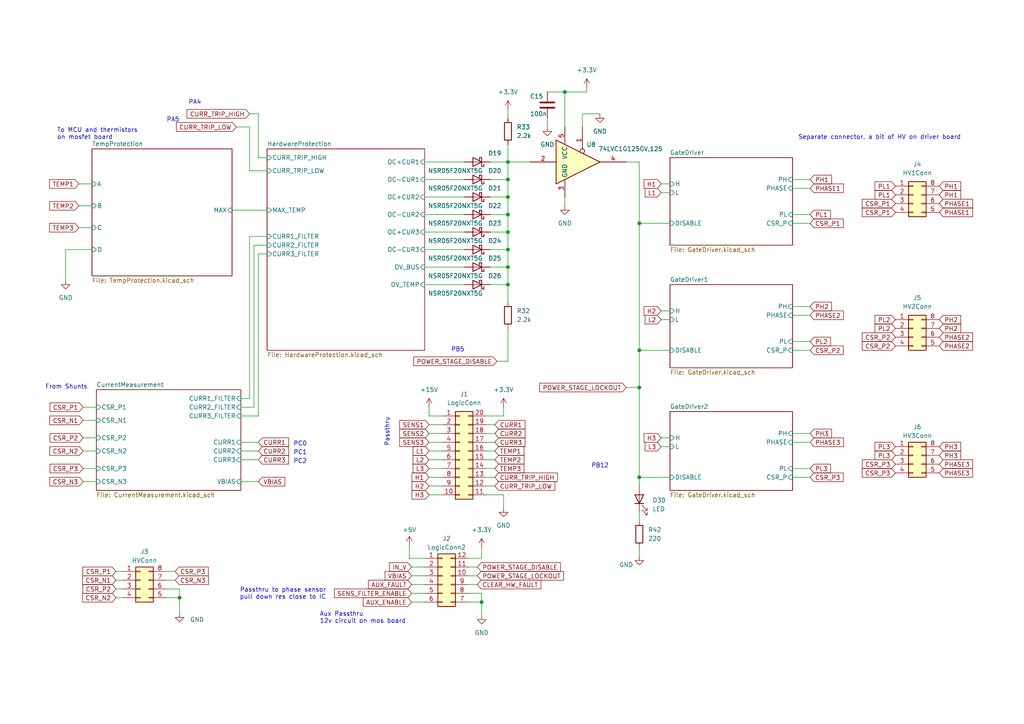
<source format=kicad_sch>
(kicad_sch (version 20230121) (generator eeschema)
  (paper "A4")
  (lib_symbols
    (symbol "74xGxx:74LVC1G125"
      (property "Reference" "U" (at -10.16 7.62 0))
      (property "Value" "74LVC1G125" (at 2.54 -7.62 0))
      (symbol "74LVC1G125_0_1"
        (polyline (pts (xy -7.62 6.35) (xy -7.62 -6.35) (xy 5.08 0) (xy -7.62 6.35)) (stroke (width 0.254)) (fill (type background)))
      )
      (symbol "74LVC1G125_1_1"
        (pin input inverted (at 0 10.16 270) (length 7.62) (name "~") (number "1"))
        (pin input line (at -15.24 0 0) (length 7.62) (name "~") (number "2"))
        (pin power_in line (at -5.08 -10.16 90) (length 5.08) (name "GND") (number "3"))
        (pin tri_state line (at 12.7 0 180) (length 7.62) (name "~") (number "4"))
        (pin power_in line (at -5.08 10.16 270) (length 5.08) (name "VCC") (number "5"))
      )
    )
    (symbol "Connector_Generic:Conn_02x04_Counter_Clockwise" (pin_names (offset 1.016) hide)
      (property "Reference" "J" (at 1.27 5.08 0))
      (property "Value" "Conn_02x04_Counter_Clockwise" (at 1.27 -7.62 0))
      (symbol "Conn_02x04_Counter_Clockwise_1_1"
        (rectangle (start -1.27 -4.953) (end 0 -5.207) (stroke (width 0.1524)))
        (rectangle (start -1.27 -2.413) (end 0 -2.667) (stroke (width 0.1524)))
        (rectangle (start -1.27 0.127) (end 0 -0.127) (stroke (width 0.1524)))
        (rectangle (start -1.27 2.667) (end 0 2.413) (stroke (width 0.1524)))
        (rectangle (start -1.27 3.81) (end 3.81 -6.35) (stroke (width 0.254)) (fill (type background)))
        (rectangle (start 3.81 -4.953) (end 2.54 -5.207) (stroke (width 0.1524)))
        (rectangle (start 3.81 -2.413) (end 2.54 -2.667) (stroke (width 0.1524)))
        (rectangle (start 3.81 0.127) (end 2.54 -0.127) (stroke (width 0.1524)))
        (rectangle (start 3.81 2.667) (end 2.54 2.413) (stroke (width 0.1524)))
        (pin passive line (at -5.08 2.54 0) (length 3.81) (name "Pin_1") (number "1"))
        (pin passive line (at -5.08 0 0) (length 3.81) (name "Pin_2") (number "2"))
        (pin passive line (at -5.08 -2.54 0) (length 3.81) (name "Pin_3") (number "3"))
        (pin passive line (at -5.08 -5.08 0) (length 3.81) (name "Pin_4") (number "4"))
        (pin passive line (at 7.62 -5.08 180) (length 3.81) (name "Pin_5") (number "5"))
        (pin passive line (at 7.62 -2.54 180) (length 3.81) (name "Pin_6") (number "6"))
        (pin passive line (at 7.62 0 180) (length 3.81) (name "Pin_7") (number "7"))
        (pin passive line (at 7.62 2.54 180) (length 3.81) (name "Pin_8") (number "8"))
      )
    )
    (symbol "Connector_Generic:Conn_02x06_Counter_Clockwise" (pin_names (offset 1.016) hide)
      (property "Reference" "J" (at 1.27 7.62 0))
      (property "Value" "Conn_02x06_Counter_Clockwise" (at 1.27 -10.16 0))
      (symbol "Conn_02x06_Counter_Clockwise_1_1"
        (rectangle (start -1.27 -7.493) (end 0 -7.747) (stroke (width 0.1524)))
        (rectangle (start -1.27 -4.953) (end 0 -5.207) (stroke (width 0.1524)))
        (rectangle (start -1.27 -2.413) (end 0 -2.667) (stroke (width 0.1524)))
        (rectangle (start -1.27 0.127) (end 0 -0.127) (stroke (width 0.1524)))
        (rectangle (start -1.27 2.667) (end 0 2.413) (stroke (width 0.1524)))
        (rectangle (start -1.27 5.207) (end 0 4.953) (stroke (width 0.1524)))
        (rectangle (start -1.27 6.35) (end 3.81 -8.89) (stroke (width 0.254)) (fill (type background)))
        (rectangle (start 3.81 -7.493) (end 2.54 -7.747) (stroke (width 0.1524)))
        (rectangle (start 3.81 -4.953) (end 2.54 -5.207) (stroke (width 0.1524)))
        (rectangle (start 3.81 -2.413) (end 2.54 -2.667) (stroke (width 0.1524)))
        (rectangle (start 3.81 0.127) (end 2.54 -0.127) (stroke (width 0.1524)))
        (rectangle (start 3.81 2.667) (end 2.54 2.413) (stroke (width 0.1524)))
        (rectangle (start 3.81 5.207) (end 2.54 4.953) (stroke (width 0.1524)))
        (pin passive line (at -5.08 5.08 0) (length 3.81) (name "Pin_1") (number "1"))
        (pin passive line (at 7.62 0 180) (length 3.81) (name "Pin_10") (number "10"))
        (pin passive line (at 7.62 2.54 180) (length 3.81) (name "Pin_11") (number "11"))
        (pin passive line (at 7.62 5.08 180) (length 3.81) (name "Pin_12") (number "12"))
        (pin passive line (at -5.08 2.54 0) (length 3.81) (name "Pin_2") (number "2"))
        (pin passive line (at -5.08 0 0) (length 3.81) (name "Pin_3") (number "3"))
        (pin passive line (at -5.08 -2.54 0) (length 3.81) (name "Pin_4") (number "4"))
        (pin passive line (at -5.08 -5.08 0) (length 3.81) (name "Pin_5") (number "5"))
        (pin passive line (at -5.08 -7.62 0) (length 3.81) (name "Pin_6") (number "6"))
        (pin passive line (at 7.62 -7.62 180) (length 3.81) (name "Pin_7") (number "7"))
        (pin passive line (at 7.62 -5.08 180) (length 3.81) (name "Pin_8") (number "8"))
        (pin passive line (at 7.62 -2.54 180) (length 3.81) (name "Pin_9") (number "9"))
      )
    )
    (symbol "Connector_Generic:Conn_02x10_Counter_Clockwise" (pin_names (offset 1.016) hide)
      (property "Reference" "J" (at 1.27 12.7 0))
      (property "Value" "Conn_02x10_Counter_Clockwise" (at 1.27 -15.24 0))
      (symbol "Conn_02x10_Counter_Clockwise_1_1"
        (rectangle (start -1.27 -12.573) (end 0 -12.827) (stroke (width 0.1524)))
        (rectangle (start -1.27 -10.033) (end 0 -10.287) (stroke (width 0.1524)))
        (rectangle (start -1.27 -7.493) (end 0 -7.747) (stroke (width 0.1524)))
        (rectangle (start -1.27 -4.953) (end 0 -5.207) (stroke (width 0.1524)))
        (rectangle (start -1.27 -2.413) (end 0 -2.667) (stroke (width 0.1524)))
        (rectangle (start -1.27 0.127) (end 0 -0.127) (stroke (width 0.1524)))
        (rectangle (start -1.27 2.667) (end 0 2.413) (stroke (width 0.1524)))
        (rectangle (start -1.27 5.207) (end 0 4.953) (stroke (width 0.1524)))
        (rectangle (start -1.27 7.747) (end 0 7.493) (stroke (width 0.1524)))
        (rectangle (start -1.27 10.287) (end 0 10.033) (stroke (width 0.1524)))
        (rectangle (start -1.27 11.43) (end 3.81 -13.97) (stroke (width 0.254)) (fill (type background)))
        (rectangle (start 3.81 -12.573) (end 2.54 -12.827) (stroke (width 0.1524)))
        (rectangle (start 3.81 -10.033) (end 2.54 -10.287) (stroke (width 0.1524)))
        (rectangle (start 3.81 -7.493) (end 2.54 -7.747) (stroke (width 0.1524)))
        (rectangle (start 3.81 -4.953) (end 2.54 -5.207) (stroke (width 0.1524)))
        (rectangle (start 3.81 -2.413) (end 2.54 -2.667) (stroke (width 0.1524)))
        (rectangle (start 3.81 0.127) (end 2.54 -0.127) (stroke (width 0.1524)))
        (rectangle (start 3.81 2.667) (end 2.54 2.413) (stroke (width 0.1524)))
        (rectangle (start 3.81 5.207) (end 2.54 4.953) (stroke (width 0.1524)))
        (rectangle (start 3.81 7.747) (end 2.54 7.493) (stroke (width 0.1524)))
        (rectangle (start 3.81 10.287) (end 2.54 10.033) (stroke (width 0.1524)))
        (pin passive line (at -5.08 10.16 0) (length 3.81) (name "Pin_1") (number "1"))
        (pin passive line (at -5.08 -12.7 0) (length 3.81) (name "Pin_10") (number "10"))
        (pin passive line (at 7.62 -12.7 180) (length 3.81) (name "Pin_11") (number "11"))
        (pin passive line (at 7.62 -10.16 180) (length 3.81) (name "Pin_12") (number "12"))
        (pin passive line (at 7.62 -7.62 180) (length 3.81) (name "Pin_13") (number "13"))
        (pin passive line (at 7.62 -5.08 180) (length 3.81) (name "Pin_14") (number "14"))
        (pin passive line (at 7.62 -2.54 180) (length 3.81) (name "Pin_15") (number "15"))
        (pin passive line (at 7.62 0 180) (length 3.81) (name "Pin_16") (number "16"))
        (pin passive line (at 7.62 2.54 180) (length 3.81) (name "Pin_17") (number "17"))
        (pin passive line (at 7.62 5.08 180) (length 3.81) (name "Pin_18") (number "18"))
        (pin passive line (at 7.62 7.62 180) (length 3.81) (name "Pin_19") (number "19"))
        (pin passive line (at -5.08 7.62 0) (length 3.81) (name "Pin_2") (number "2"))
        (pin passive line (at 7.62 10.16 180) (length 3.81) (name "Pin_20") (number "20"))
        (pin passive line (at -5.08 5.08 0) (length 3.81) (name "Pin_3") (number "3"))
        (pin passive line (at -5.08 2.54 0) (length 3.81) (name "Pin_4") (number "4"))
        (pin passive line (at -5.08 0 0) (length 3.81) (name "Pin_5") (number "5"))
        (pin passive line (at -5.08 -2.54 0) (length 3.81) (name "Pin_6") (number "6"))
        (pin passive line (at -5.08 -5.08 0) (length 3.81) (name "Pin_7") (number "7"))
        (pin passive line (at -5.08 -7.62 0) (length 3.81) (name "Pin_8") (number "8"))
        (pin passive line (at -5.08 -10.16 0) (length 3.81) (name "Pin_9") (number "9"))
      )
    )
    (symbol "Device:C" (pin_numbers hide) (pin_names (offset 0.254))
      (property "Reference" "C" (at 0.635 2.54 0))
      (property "Value" "C" (at 0.635 -2.54 0))
      (symbol "C_0_1"
        (polyline (pts (xy -2.032 -0.762) (xy 2.032 -0.762)) (stroke (width 0.508)))
        (polyline (pts (xy -2.032 0.762) (xy 2.032 0.762)) (stroke (width 0.508)))
      )
      (symbol "C_1_1"
        (pin passive line (at 0 3.81 270) (length 2.794) (name "~") (number "1"))
        (pin passive line (at 0 -3.81 90) (length 2.794) (name "~") (number "2"))
      )
    )
    (symbol "Device:D_Schottky" (pin_numbers hide) (pin_names (offset 1.016) hide)
      (property "Reference" "D" (at 0 2.54 0))
      (property "Value" "D_Schottky" (at 0 -2.54 0))
      (symbol "D_Schottky_0_1"
        (polyline (pts (xy 1.27 0) (xy -1.27 0)))
        (polyline (pts (xy 1.27 1.27) (xy 1.27 -1.27) (xy -1.27 0) (xy 1.27 1.27)) (stroke (width 0.254)))
        (polyline (pts (xy -1.905 0.635) (xy -1.905 1.27) (xy -1.27 1.27) (xy -1.27 -1.27) (xy -0.635 -1.27) (xy -0.635 -0.635)) (stroke (width 0.254)))
      )
      (symbol "D_Schottky_1_1"
        (pin passive line (at -3.81 0 0) (length 2.54) (name "K") (number "1"))
        (pin passive line (at 3.81 0 180) (length 2.54) (name "A") (number "2"))
      )
    )
    (symbol "Device:LED" (pin_numbers hide) (pin_names (offset 1.016) hide)
      (property "Reference" "D" (at 0 2.54 0))
      (property "Value" "LED" (at 0 -2.54 0))
      (symbol "LED_0_1"
        (polyline (pts (xy -1.27 -1.27) (xy -1.27 1.27)) (stroke (width 0.254)))
        (polyline (pts (xy -1.27 0) (xy 1.27 0)))
        (polyline (pts (xy 1.27 -1.27) (xy 1.27 1.27) (xy -1.27 0) (xy 1.27 -1.27)) (stroke (width 0.254)))
        (polyline (pts (xy -3.048 -0.762) (xy -4.572 -2.286) (xy -3.81 -2.286) (xy -4.572 -2.286) (xy -4.572 -1.524)))
        (polyline (pts (xy -1.778 -0.762) (xy -3.302 -2.286) (xy -2.54 -2.286) (xy -3.302 -2.286) (xy -3.302 -1.524)))
      )
      (symbol "LED_1_1"
        (pin passive line (at -3.81 0 0) (length 2.54) (name "K") (number "1"))
        (pin passive line (at 3.81 0 180) (length 2.54) (name "A") (number "2"))
      )
    )
    (symbol "Device:R" (pin_numbers hide) (pin_names (offset 0))
      (property "Reference" "R" (at 2.032 0 90))
      (property "Value" "R" (at 0 0 90))
      (symbol "R_0_1"
        (rectangle (start -1.016 -2.54) (end 1.016 2.54) (stroke (width 0.254)))
      )
      (symbol "R_1_1"
        (pin passive line (at 0 3.81 270) (length 1.27) (name "~") (number "1"))
        (pin passive line (at 0 -3.81 90) (length 1.27) (name "~") (number "2"))
      )
    )
    (symbol "power:+15V" (power) (pin_names (offset 0))
      (property "Value" "+15V" (at 0 3.556 0))
      (symbol "+15V_0_1"
        (polyline (pts (xy -0.762 1.27) (xy 0 2.54)))
        (polyline (pts (xy 0 0) (xy 0 2.54)))
        (polyline (pts (xy 0 2.54) (xy 0.762 1.27)))
      )
      (symbol "+15V_1_1"
        (pin power_in line (at 0 0 90) (length 0) hide (name "+15V") (number "1"))
      )
    )
    (symbol "power:+3.3V" (power) (pin_names (offset 0))
      (property "Value" "+3.3V" (at 0 3.556 0))
      (symbol "+3.3V_0_1"
        (polyline (pts (xy -0.762 1.27) (xy 0 2.54)))
        (polyline (pts (xy 0 0) (xy 0 2.54)))
        (polyline (pts (xy 0 2.54) (xy 0.762 1.27)))
      )
      (symbol "+3.3V_1_1"
        (pin power_in line (at 0 0 90) (length 0) hide (name "+3.3V") (number "1"))
      )
    )
    (symbol "power:+5V" (power) (pin_names (offset 0))
      (property "Value" "+5V" (at 0 3.556 0))
      (symbol "+5V_0_1"
        (polyline (pts (xy -0.762 1.27) (xy 0 2.54)))
        (polyline (pts (xy 0 0) (xy 0 2.54)))
        (polyline (pts (xy 0 2.54) (xy 0.762 1.27)))
      )
      (symbol "+5V_1_1"
        (pin power_in line (at 0 0 90) (length 0) hide (name "+5V") (number "1"))
      )
    )
    (symbol "power:GND" (power) (pin_names (offset 0))
      (property "Value" "GND" (at 0 -3.81 0))
      (symbol "GND_0_1"
        (polyline (pts (xy 0 0) (xy 0 -1.27) (xy 1.27 -1.27) (xy 0 -2.54) (xy -1.27 -1.27) (xy 0 -1.27)))
      )
      (symbol "GND_1_1"
        (pin power_in line (at 0 0 270) (length 0) hide (name "GND") (number "1"))
      )
    )
  )
  (junction (at 147.32 57.15))
  (junction (at 185.42 138.43))
  (junction (at 147.32 82.55))
  (junction (at 147.32 72.39))
  (junction (at 163.83 26.67))
  (junction (at 147.32 52.07))
  (junction (at 147.32 77.47))
  (junction (at 139.7 174.625))
  (junction (at 147.32 62.23))
  (junction (at 147.32 46.99))
  (junction (at 185.42 112.395))
  (junction (at 147.32 67.31))
  (junction (at 185.42 101.6))
  (junction (at 185.42 64.77))
  (junction (at 52.07 173.355))
  (wire (pts (xy 140.97 138.43) (xy 143.51 138.43)))
  (wire (pts (xy 142.24 67.31) (xy 147.32 67.31)))
  (wire (pts (xy 229.87 88.9) (xy 234.95 88.9)))
  (wire (pts (xy 147.32 41.91) (xy 147.32 46.99)))
  (wire (pts (xy 24.13 139.7) (xy 27.94 139.7)))
  (wire (pts (xy 185.42 138.43) (xy 185.42 140.97)))
  (wire (pts (xy 185.42 148.59) (xy 185.42 151.13)))
  (wire (pts (xy 142.24 57.15) (xy 147.32 57.15)))
  (wire (pts (xy 119.38 169.545) (xy 123.19 169.545)))
  (wire (pts (xy 74.93 33.02) (xy 72.39 33.02)))
  (wire (pts (xy 74.93 45.72) (xy 74.93 33.02)))
  (wire (pts (xy 22.86 59.69) (xy 26.67 59.69)))
  (wire (pts (xy 163.83 26.67) (xy 163.83 36.83)))
  (wire (pts (xy 124.46 128.27) (xy 128.27 128.27)))
  (wire (pts (xy 24.13 121.92) (xy 27.94 121.92)))
  (wire (pts (xy 73.66 71.12) (xy 77.47 71.12)))
  (wire (pts (xy 74.93 120.65) (xy 74.93 73.66)))
  (wire (pts (xy 158.75 34.29) (xy 158.75 36.83)))
  (wire (pts (xy 123.19 57.15) (xy 134.62 57.15)))
  (wire (pts (xy 191.77 53.34) (xy 194.31 53.34)))
  (wire (pts (xy 24.13 135.89) (xy 27.94 135.89)))
  (wire (pts (xy 124.46 123.19) (xy 128.27 123.19)))
  (wire (pts (xy 144.145 104.775) (xy 147.32 104.775)))
  (wire (pts (xy 48.26 170.815) (xy 52.07 170.815)))
  (wire (pts (xy 147.32 46.99) (xy 147.32 52.07)))
  (wire (pts (xy 139.7 161.925) (xy 139.7 158.75)))
  (wire (pts (xy 147.32 62.23) (xy 147.32 67.31)))
  (wire (pts (xy 22.86 53.34) (xy 26.67 53.34)))
  (wire (pts (xy 72.39 115.57) (xy 72.39 68.58)))
  (wire (pts (xy 33.655 168.275) (xy 35.56 168.275)))
  (wire (pts (xy 123.19 46.99) (xy 134.62 46.99)))
  (wire (pts (xy 124.46 133.35) (xy 128.27 133.35)))
  (wire (pts (xy 140.97 125.73) (xy 143.51 125.73)))
  (wire (pts (xy 147.32 52.07) (xy 147.32 57.15)))
  (wire (pts (xy 69.85 133.35) (xy 74.93 133.35)))
  (wire (pts (xy 229.87 101.6) (xy 234.95 101.6)))
  (wire (pts (xy 173.99 33.02) (xy 168.91 33.02)))
  (wire (pts (xy 140.97 120.65) (xy 146.05 120.65)))
  (wire (pts (xy 140.97 128.27) (xy 143.51 128.27)))
  (wire (pts (xy 128.27 120.65) (xy 124.46 120.65)))
  (wire (pts (xy 124.46 140.97) (xy 128.27 140.97)))
  (wire (pts (xy 229.87 52.07) (xy 234.95 52.07)))
  (wire (pts (xy 73.66 118.11) (xy 73.66 71.12)))
  (wire (pts (xy 139.7 172.085) (xy 139.7 174.625)))
  (wire (pts (xy 119.38 174.625) (xy 123.19 174.625)))
  (wire (pts (xy 124.46 120.65) (xy 124.46 118.11)))
  (wire (pts (xy 168.91 33.02) (xy 168.91 36.83)))
  (wire (pts (xy 142.24 62.23) (xy 147.32 62.23)))
  (wire (pts (xy 123.19 67.31) (xy 134.62 67.31)))
  (wire (pts (xy 147.32 95.25) (xy 147.32 104.775)))
  (wire (pts (xy 48.26 168.275) (xy 50.8 168.275)))
  (wire (pts (xy 185.42 46.99) (xy 181.61 46.99)))
  (wire (pts (xy 139.7 174.625) (xy 135.89 174.625)))
  (wire (pts (xy 229.87 54.61) (xy 234.95 54.61)))
  (wire (pts (xy 147.32 67.31) (xy 147.32 72.39)))
  (wire (pts (xy 69.85 130.81) (xy 74.93 130.81)))
  (wire (pts (xy 147.32 82.55) (xy 147.32 87.63)))
  (wire (pts (xy 185.42 138.43) (xy 185.42 112.395)))
  (wire (pts (xy 72.39 68.58) (xy 77.47 68.58)))
  (wire (pts (xy 74.93 73.66) (xy 77.47 73.66)))
  (wire (pts (xy 142.24 52.07) (xy 147.32 52.07)))
  (wire (pts (xy 229.87 64.77) (xy 234.95 64.77)))
  (wire (pts (xy 194.31 101.6) (xy 185.42 101.6)))
  (wire (pts (xy 181.61 112.395) (xy 185.42 112.395)))
  (wire (pts (xy 142.24 72.39) (xy 147.32 72.39)))
  (wire (pts (xy 124.46 135.89) (xy 128.27 135.89)))
  (wire (pts (xy 229.87 128.27) (xy 234.95 128.27)))
  (wire (pts (xy 48.26 165.735) (xy 50.8 165.735)))
  (wire (pts (xy 123.19 161.925) (xy 118.745 161.925)))
  (wire (pts (xy 77.47 45.72) (xy 74.93 45.72)))
  (wire (pts (xy 123.19 72.39) (xy 134.62 72.39)))
  (wire (pts (xy 142.24 46.99) (xy 147.32 46.99)))
  (wire (pts (xy 185.42 158.75) (xy 185.42 161.29)))
  (wire (pts (xy 69.85 139.7) (xy 74.93 139.7)))
  (wire (pts (xy 124.46 138.43) (xy 128.27 138.43)))
  (wire (pts (xy 123.19 52.07) (xy 134.62 52.07)))
  (wire (pts (xy 185.42 101.6) (xy 185.42 64.77)))
  (wire (pts (xy 139.7 178.435) (xy 139.7 174.625)))
  (wire (pts (xy 140.97 135.89) (xy 143.51 135.89)))
  (wire (pts (xy 33.655 173.355) (xy 35.56 173.355)))
  (wire (pts (xy 135.89 164.465) (xy 138.43 164.465)))
  (wire (pts (xy 69.85 128.27) (xy 74.93 128.27)))
  (wire (pts (xy 163.83 26.67) (xy 158.75 26.67)))
  (wire (pts (xy 19.05 72.39) (xy 19.05 81.28)))
  (wire (pts (xy 170.18 26.67) (xy 163.83 26.67)))
  (wire (pts (xy 229.87 125.73) (xy 234.95 125.73)))
  (wire (pts (xy 191.77 92.71) (xy 194.31 92.71)))
  (wire (pts (xy 194.31 138.43) (xy 185.42 138.43)))
  (wire (pts (xy 147.32 77.47) (xy 147.32 82.55)))
  (wire (pts (xy 67.31 60.96) (xy 77.47 60.96)))
  (wire (pts (xy 191.77 55.88) (xy 194.31 55.88)))
  (wire (pts (xy 118.745 161.925) (xy 118.745 158.115)))
  (wire (pts (xy 140.97 123.19) (xy 143.51 123.19)))
  (wire (pts (xy 135.89 161.925) (xy 139.7 161.925)))
  (wire (pts (xy 147.32 72.39) (xy 147.32 77.47)))
  (wire (pts (xy 191.77 129.54) (xy 194.31 129.54)))
  (wire (pts (xy 119.38 167.005) (xy 123.19 167.005)))
  (wire (pts (xy 119.38 172.085) (xy 123.19 172.085)))
  (wire (pts (xy 52.07 177.8) (xy 52.07 173.355)))
  (wire (pts (xy 72.39 36.83) (xy 72.39 49.53)))
  (wire (pts (xy 229.87 99.06) (xy 234.95 99.06)))
  (wire (pts (xy 33.655 165.735) (xy 35.56 165.735)))
  (wire (pts (xy 140.97 133.35) (xy 143.51 133.35)))
  (wire (pts (xy 69.85 115.57) (xy 72.39 115.57)))
  (wire (pts (xy 140.97 140.97) (xy 143.51 140.97)))
  (wire (pts (xy 69.85 118.11) (xy 73.66 118.11)))
  (wire (pts (xy 229.87 91.44) (xy 234.95 91.44)))
  (wire (pts (xy 140.97 130.81) (xy 143.51 130.81)))
  (wire (pts (xy 72.39 49.53) (xy 77.47 49.53)))
  (wire (pts (xy 24.13 130.81) (xy 27.94 130.81)))
  (wire (pts (xy 68.58 36.83) (xy 72.39 36.83)))
  (wire (pts (xy 33.655 170.815) (xy 35.56 170.815)))
  (wire (pts (xy 185.42 112.395) (xy 185.42 101.6)))
  (wire (pts (xy 147.32 57.15) (xy 147.32 62.23)))
  (wire (pts (xy 135.89 169.545) (xy 138.43 169.545)))
  (wire (pts (xy 135.89 172.085) (xy 139.7 172.085)))
  (wire (pts (xy 124.46 125.73) (xy 128.27 125.73)))
  (wire (pts (xy 142.24 82.55) (xy 147.32 82.55)))
  (wire (pts (xy 140.97 143.51) (xy 146.05 143.51)))
  (wire (pts (xy 147.32 31.75) (xy 147.32 34.29)))
  (wire (pts (xy 147.32 46.99) (xy 153.67 46.99)))
  (wire (pts (xy 170.18 25.4) (xy 170.18 26.67)))
  (wire (pts (xy 229.87 62.23) (xy 234.95 62.23)))
  (wire (pts (xy 123.19 77.47) (xy 134.62 77.47)))
  (wire (pts (xy 194.31 64.77) (xy 185.42 64.77)))
  (wire (pts (xy 146.05 143.51) (xy 146.05 147.32)))
  (wire (pts (xy 135.89 167.005) (xy 138.43 167.005)))
  (wire (pts (xy 119.38 164.465) (xy 123.19 164.465)))
  (wire (pts (xy 124.46 143.51) (xy 128.27 143.51)))
  (wire (pts (xy 24.13 127) (xy 27.94 127)))
  (wire (pts (xy 142.24 77.47) (xy 147.32 77.47)))
  (wire (pts (xy 229.87 135.89) (xy 234.95 135.89)))
  (wire (pts (xy 24.13 118.11) (xy 27.94 118.11)))
  (wire (pts (xy 229.87 138.43) (xy 234.95 138.43)))
  (wire (pts (xy 69.85 120.65) (xy 74.93 120.65)))
  (wire (pts (xy 146.05 120.65) (xy 146.05 118.11)))
  (wire (pts (xy 191.77 127) (xy 194.31 127)))
  (wire (pts (xy 22.86 66.04) (xy 26.67 66.04)))
  (wire (pts (xy 48.26 173.355) (xy 52.07 173.355)))
  (wire (pts (xy 163.83 57.15) (xy 163.83 59.69)))
  (wire (pts (xy 52.07 170.815) (xy 52.07 173.355)))
  (wire (pts (xy 123.19 82.55) (xy 134.62 82.55)))
  (wire (pts (xy 185.42 64.77) (xy 185.42 46.99)))
  (wire (pts (xy 123.19 62.23) (xy 134.62 62.23)))
  (wire (pts (xy 191.77 90.17) (xy 194.31 90.17)))
  (wire (pts (xy 26.67 72.39) (xy 19.05 72.39)))
  (wire (pts (xy 124.46 130.81) (xy 128.27 130.81)))
  (text "PA5" (at 52.07 35.56 0) (effects (font (size 1.27 1.27)) (justify right bottom)))
  (text "Passthru" (at 113.03 129.54 90) (effects (font (size 1.27 1.27)) (justify left bottom)))
  (text "PA4" (at 58.42 30.48 0) (effects (font (size 1.27 1.27)) (justify right bottom)))
  (text "Passthru to phase sensor\npull down res close to IC" (at 94.615 173.99 0) (effects (font (size 1.27 1.27)) (justify right bottom)))
  (text "PC2" (at 85.09 134.62 0) (effects (font (size 1.27 1.27)) (justify left bottom)))
  (text "PB12" (at 171.45 135.89 0) (effects (font (size 1.27 1.27)) (justify left bottom)))
  (text "PB5" (at 130.81 102.235 0) (effects (font (size 1.27 1.27)) (justify left bottom)))
  (text "Separate connector, a bit of HV on driver board" (at 278.765 40.64 0) (effects (font (size 1.27 1.27)) (justify right bottom)))
  (text "To MCU and thermistors \non mosfet board" (at 16.51 40.64 0) (effects (font (size 1.27 1.27)) (justify left bottom)))
  (text "PC1" (at 85.09 132.08 0) (effects (font (size 1.27 1.27)) (justify left bottom)))
  (text "Aux Passthru\n12v circuit on mos board\n" (at 92.71 180.975 0) (effects (font (size 1.27 1.27)) (justify left bottom)))
  (text "PC0" (at 85.09 129.54 0) (effects (font (size 1.27 1.27)) (justify left bottom)))
  (text "From Shunts" (at 25.4 113.03 0) (effects (font (size 1.27 1.27)) (justify right bottom)))
  (global_label "L2" (shape input) (at 191.77 92.71 180) (property "Intersheetrefs" "${INTERSHEET_REFS}" (effects hide)))
  (global_label "SENS3" (shape input) (at 124.46 128.27 180) (property "Intersheetrefs" "${INTERSHEET_REFS}" (effects hide)))
  (global_label "CSR_N2" (shape input) (at 24.13 130.81 180) (property "Intersheetrefs" "${INTERSHEET_REFS}" (effects hide)))
  (global_label "L2" (shape input) (at 124.46 133.35 180) (property "Intersheetrefs" "${INTERSHEET_REFS}" (effects hide)))
  (global_label "L3" (shape input) (at 124.46 135.89 180) (property "Intersheetrefs" "${INTERSHEET_REFS}" (effects hide)))
  (global_label "CURR_TRIP_HIGH" (shape input) (at 143.51 138.43 0) (property "Intersheetrefs" "${INTERSHEET_REFS}" (effects hide)))
  (global_label "CURR_TRIP_HIGH" (shape input) (at 72.39 33.02 180) (property "Intersheetrefs" "${INTERSHEET_REFS}" (effects hide)))
  (global_label "PH1" (shape input) (at 272.415 56.515 0) (property "Intersheetrefs" "${INTERSHEET_REFS}" (effects hide)))
  (global_label "CSR_P3" (shape input) (at 50.8 165.735 0) (property "Intersheetrefs" "${INTERSHEET_REFS}" (effects hide)))
  (global_label "TEMP3" (shape input) (at 143.51 135.89 0) (property "Intersheetrefs" "${INTERSHEET_REFS}" (effects hide)))
  (global_label "CSR_P1" (shape input) (at 33.655 165.735 180) (property "Intersheetrefs" "${INTERSHEET_REFS}" (effects hide)))
  (global_label "CURR3" (shape input) (at 143.51 128.27 0) (property "Intersheetrefs" "${INTERSHEET_REFS}" (effects hide)))
  (global_label "PL3" (shape input) (at 259.715 129.54 180) (property "Intersheetrefs" "${INTERSHEET_REFS}" (effects hide)))
  (global_label "H3" (shape input) (at 124.46 143.51 180) (property "Intersheetrefs" "${INTERSHEET_REFS}" (effects hide)))
  (global_label "H1" (shape input) (at 191.77 53.34 180) (property "Intersheetrefs" "${INTERSHEET_REFS}" (effects hide)))
  (global_label "CSR_N1" (shape input) (at 24.13 121.92 180) (property "Intersheetrefs" "${INTERSHEET_REFS}" (effects hide)))
  (global_label "CSR_P1" (shape input) (at 259.715 61.595 180) (property "Intersheetrefs" "${INTERSHEET_REFS}" (effects hide)))
  (global_label "PHASE1" (shape input) (at 272.415 61.595 0) (property "Intersheetrefs" "${INTERSHEET_REFS}" (effects hide)))
  (global_label "PHASE2" (shape input) (at 234.95 91.44 0) (property "Intersheetrefs" "${INTERSHEET_REFS}" (effects hide)))
  (global_label "PL2" (shape input) (at 259.715 92.71 180) (property "Intersheetrefs" "${INTERSHEET_REFS}" (effects hide)))
  (global_label "CSR_P1" (shape input) (at 234.95 64.77 0) (property "Intersheetrefs" "${INTERSHEET_REFS}" (effects hide)))
  (global_label "CSR_N2" (shape input) (at 33.655 173.355 180) (property "Intersheetrefs" "${INTERSHEET_REFS}" (effects hide)))
  (global_label "CSR_P2" (shape input) (at 259.715 100.33 180) (property "Intersheetrefs" "${INTERSHEET_REFS}" (effects hide)))
  (global_label "POWER_STAGE_LOCKOUT" (shape input) (at 138.43 167.005 0) (property "Intersheetrefs" "${INTERSHEET_REFS}" (effects hide)))
  (global_label "PH2" (shape input) (at 272.415 92.71 0) (property "Intersheetrefs" "${INTERSHEET_REFS}" (effects hide)))
  (global_label "VBIAS" (shape input) (at 74.93 139.7 0) (property "Intersheetrefs" "${INTERSHEET_REFS}" (effects hide)))
  (global_label "H2" (shape input) (at 191.77 90.17 180) (property "Intersheetrefs" "${INTERSHEET_REFS}" (effects hide)))
  (global_label "CURR2" (shape input) (at 74.93 130.81 0) (property "Intersheetrefs" "${INTERSHEET_REFS}" (effects hide)))
  (global_label "H2" (shape input) (at 124.46 140.97 180) (property "Intersheetrefs" "${INTERSHEET_REFS}" (effects hide)))
  (global_label "PL3" (shape input) (at 259.715 132.08 180) (property "Intersheetrefs" "${INTERSHEET_REFS}" (effects hide)))
  (global_label "PH3" (shape input) (at 272.415 132.08 0) (property "Intersheetrefs" "${INTERSHEET_REFS}" (effects hide)))
  (global_label "CSR_P3" (shape input) (at 259.715 134.62 180) (property "Intersheetrefs" "${INTERSHEET_REFS}" (effects hide)))
  (global_label "TEMP2" (shape input) (at 22.86 59.69 180) (property "Intersheetrefs" "${INTERSHEET_REFS}" (effects hide)))
  (global_label "PH3" (shape input) (at 272.415 129.54 0) (property "Intersheetrefs" "${INTERSHEET_REFS}" (effects hide)))
  (global_label "CSR_P1" (shape input) (at 259.715 59.055 180) (property "Intersheetrefs" "${INTERSHEET_REFS}" (effects hide)))
  (global_label "PL3" (shape input) (at 234.95 135.89 0) (property "Intersheetrefs" "${INTERSHEET_REFS}" (effects hide)))
  (global_label "PH1" (shape input) (at 234.95 52.07 0) (property "Intersheetrefs" "${INTERSHEET_REFS}" (effects hide)))
  (global_label "PHASE3" (shape input) (at 234.95 128.27 0) (property "Intersheetrefs" "${INTERSHEET_REFS}" (effects hide)))
  (global_label "L1" (shape input) (at 124.46 130.81 180) (property "Intersheetrefs" "${INTERSHEET_REFS}" (effects hide)))
  (global_label "CSR_P3" (shape input) (at 259.715 137.16 180) (property "Intersheetrefs" "${INTERSHEET_REFS}" (effects hide)))
  (global_label "TEMP2" (shape input) (at 143.51 133.35 0) (property "Intersheetrefs" "${INTERSHEET_REFS}" (effects hide)))
  (global_label "PL2" (shape input) (at 259.715 95.25 180) (property "Intersheetrefs" "${INTERSHEET_REFS}" (effects hide)))
  (global_label "PHASE3" (shape input) (at 272.415 137.16 0) (property "Intersheetrefs" "${INTERSHEET_REFS}" (effects hide)))
  (global_label "POWER_STAGE_LOCKOUT" (shape input) (at 181.61 112.395 180) (property "Intersheetrefs" "${INTERSHEET_REFS}" (effects hide)))
  (global_label "TEMP1" (shape input) (at 22.86 53.34 180) (property "Intersheetrefs" "${INTERSHEET_REFS}" (effects hide)))
  (global_label "CSR_N3" (shape input) (at 50.8 168.275 0) (property "Intersheetrefs" "${INTERSHEET_REFS}" (effects hide)))
  (global_label "H1" (shape input) (at 124.46 138.43 180) (property "Intersheetrefs" "${INTERSHEET_REFS}" (effects hide)))
  (global_label "CSR_P2" (shape input) (at 33.655 170.815 180) (property "Intersheetrefs" "${INTERSHEET_REFS}" (effects hide)))
  (global_label "CURR3" (shape input) (at 74.93 133.35 0) (property "Intersheetrefs" "${INTERSHEET_REFS}" (effects hide)))
  (global_label "VBIAS" (shape input) (at 119.38 167.005 180) (property "Intersheetrefs" "${INTERSHEET_REFS}" (effects hide)))
  (global_label "L3" (shape input) (at 191.77 129.54 180) (property "Intersheetrefs" "${INTERSHEET_REFS}" (effects hide)))
  (global_label "SENS_FILTER_ENABLE" (shape input) (at 119.38 172.085 180) (property "Intersheetrefs" "${INTERSHEET_REFS}" (effects hide)))
  (global_label "CSR_N3" (shape input) (at 24.13 139.7 180) (property "Intersheetrefs" "${INTERSHEET_REFS}" (effects hide)))
  (global_label "CLEAR_HW_FAULT" (shape input) (at 138.43 169.545 0) (property "Intersheetrefs" "${INTERSHEET_REFS}" (effects hide)))
  (global_label "CSR_N1" (shape input) (at 33.655 168.275 180) (property "Intersheetrefs" "${INTERSHEET_REFS}" (effects hide)))
  (global_label "PL2" (shape input) (at 234.95 99.06 0) (property "Intersheetrefs" "${INTERSHEET_REFS}" (effects hide)))
  (global_label "CSR_P2" (shape input) (at 259.715 97.79 180) (property "Intersheetrefs" "${INTERSHEET_REFS}" (effects hide)))
  (global_label "SENS2" (shape input) (at 124.46 125.73 180) (property "Intersheetrefs" "${INTERSHEET_REFS}" (effects hide)))
  (global_label "SENS1" (shape input) (at 124.46 123.19 180) (property "Intersheetrefs" "${INTERSHEET_REFS}" (effects hide)))
  (global_label "CURR1" (shape input) (at 74.93 128.27 0) (property "Intersheetrefs" "${INTERSHEET_REFS}" (effects hide)))
  (global_label "CSR_P3" (shape input) (at 24.13 135.89 180) (property "Intersheetrefs" "${INTERSHEET_REFS}" (effects hide)))
  (global_label "PL1" (shape input) (at 259.715 53.975 180) (property "Intersheetrefs" "${INTERSHEET_REFS}" (effects hide)))
  (global_label "PHASE2" (shape input) (at 272.415 100.33 0) (property "Intersheetrefs" "${INTERSHEET_REFS}" (effects hide)))
  (global_label "PHASE1" (shape input) (at 272.415 59.055 0) (property "Intersheetrefs" "${INTERSHEET_REFS}" (effects hide)))
  (global_label "CSR_P2" (shape input) (at 234.95 101.6 0) (property "Intersheetrefs" "${INTERSHEET_REFS}" (effects hide)))
  (global_label "H3" (shape input) (at 191.77 127 180) (property "Intersheetrefs" "${INTERSHEET_REFS}" (effects hide)))
  (global_label "PHASE2" (shape input) (at 272.415 97.79 0) (property "Intersheetrefs" "${INTERSHEET_REFS}" (effects hide)))
  (global_label "PH2" (shape input) (at 272.415 95.25 0) (property "Intersheetrefs" "${INTERSHEET_REFS}" (effects hide)))
  (global_label "PHASE1" (shape input) (at 234.95 54.61 0) (property "Intersheetrefs" "${INTERSHEET_REFS}" (effects hide)))
  (global_label "CSR_P3" (shape input) (at 234.95 138.43 0) (property "Intersheetrefs" "${INTERSHEET_REFS}" (effects hide)))
  (global_label "CSR_P2" (shape input) (at 24.13 127 180) (property "Intersheetrefs" "${INTERSHEET_REFS}" (effects hide)))
  (global_label "AUX_ENABLE" (shape input) (at 119.38 174.625 180) (property "Intersheetrefs" "${INTERSHEET_REFS}" (effects hide)))
  (global_label "POWER_STAGE_DISABLE" (shape input) (at 144.145 104.775 180) (property "Intersheetrefs" "${INTERSHEET_REFS}" (effects hide)))
  (global_label "CURR_TRIP_LOW" (shape input) (at 143.51 140.97 0) (property "Intersheetrefs" "${INTERSHEET_REFS}" (effects hide)))
  (global_label "CURR2" (shape input) (at 143.51 125.73 0) (property "Intersheetrefs" "${INTERSHEET_REFS}" (effects hide)))
  (global_label "PH1" (shape input) (at 272.415 53.975 0) (property "Intersheetrefs" "${INTERSHEET_REFS}" (effects hide)))
  (global_label "TEMP1" (shape input) (at 143.51 130.81 0) (property "Intersheetrefs" "${INTERSHEET_REFS}" (effects hide)))
  (global_label "CURR1" (shape input) (at 143.51 123.19 0) (property "Intersheetrefs" "${INTERSHEET_REFS}" (effects hide)))
  (global_label "PL1" (shape input) (at 234.95 62.23 0) (property "Intersheetrefs" "${INTERSHEET_REFS}" (effects hide)))
  (global_label "PH2" (shape input) (at 234.95 88.9 0) (property "Intersheetrefs" "${INTERSHEET_REFS}" (effects hide)))
  (global_label "PHASE3" (shape input) (at 272.415 134.62 0) (property "Intersheetrefs" "${INTERSHEET_REFS}" (effects hide)))
  (global_label "L1" (shape input) (at 191.77 55.88 180) (property "Intersheetrefs" "${INTERSHEET_REFS}" (effects hide)))
  (global_label "TEMP3" (shape input) (at 22.86 66.04 180) (property "Intersheetrefs" "${INTERSHEET_REFS}" (effects hide)))
  (global_label "PH3" (shape input) (at 234.95 125.73 0) (property "Intersheetrefs" "${INTERSHEET_REFS}" (effects hide)))
  (global_label "CSR_P1" (shape input) (at 24.13 118.11 180) (property "Intersheetrefs" "${INTERSHEET_REFS}" (effects hide)))
  (global_label "IN_V" (shape input) (at 119.38 164.465 180) (property "Intersheetrefs" "${INTERSHEET_REFS}" (effects hide)))
  (global_label "AUX_FAULT" (shape input) (at 119.38 169.545 180) (property "Intersheetrefs" "${INTERSHEET_REFS}" (effects hide)))
  (global_label "PL1" (shape input) (at 259.715 56.515 180) (property "Intersheetrefs" "${INTERSHEET_REFS}" (effects hide)))
  (global_label "CURR_TRIP_LOW" (shape input) (at 68.58 36.83 180) (property "Intersheetrefs" "${INTERSHEET_REFS}" (effects hide)))
  (global_label "POWER_STAGE_DISABLE" (shape input) (at 138.43 164.465 0) (property "Intersheetrefs" "${INTERSHEET_REFS}" (effects hide)))
  (symbol (lib_id "power:GND") (at 163.83 59.69 0) (unit 1)
    (property "Reference" "#PWR042" (effects hide))
    (property "Value" "GND" (at 163.83 64.77 0))
  )
  (symbol (lib_id "power:+3.3V") (at 170.18 25.4 0) (unit 1)
    (property "Reference" "#PWR041" (effects hide))
    (property "Value" "+3.3V" (at 170.18 20.32 0))
  )
  (symbol (lib_id "power:+3.3V") (at 139.7 158.75 0) (unit 1)
    (property "Reference" "#PWR063" (effects hide))
    (property "Value" "+3.3V" (at 139.7 153.67 0))
  )
  (symbol (lib_id "Device:R") (at 147.32 38.1 0) (unit 1)
    (property "Reference" "R33" (at 149.86 36.83 0) (effects (justify left)))
    (property "Value" "2.2k" (at 149.86 39.37 0) (effects (justify left)))
    (property "Footprint" "Resistor_SMD:R_0805_2012Metric" (effects hide))
  )
  (symbol (lib_id "power:GND") (at 185.42 161.29 0) (unit 1)
    (property "Reference" "#PWR053" (effects hide))
    (property "Value" "GND" (at 181.61 163.83 0))
  )
  (symbol (lib_id "Device:D_Schottky") (at 138.43 77.47 180) (unit 1)
    (property "Reference" "D25" (at 143.51 74.93 0))
    (property "Value" "NSR05F20NXT5G" (at 132.08 80.01 0))
    (property "Footprint" "Diode_SMD:D_0402_1005Metric" (effects hide))
  )
  (symbol (lib_id "power:GND") (at 158.75 36.83 0) (unit 1)
    (property "Reference" "#PWR043" (effects hide))
    (property "Value" "GND" (at 158.75 41.91 0))
  )
  (symbol (lib_id "Connector_Generic:Conn_02x10_Counter_Clockwise") (at 133.35 130.81 0) (unit 1)
    (property "Reference" "J1" (at 134.62 114.3 0))
    (property "Value" "LogicConn" (at 134.62 116.84 0))
    (property "Footprint" "Connector_PinSocket_2.54mm:PinSocket_2x10_P2.54mm_Vertical" (effects hide))
  )
  (symbol (lib_id "Connector_Generic:Conn_02x06_Counter_Clockwise") (at 128.27 167.005 0) (unit 1)
    (property "Reference" "J2" (at 129.54 156.21 0))
    (property "Value" "LogicConn2" (at 129.54 158.75 0))
    (property "Footprint" "Connector_PinSocket_2.54mm:PinSocket_2x06_P2.54mm_Vertical" (effects hide))
  )
  (symbol (lib_id "Connector_Generic:Conn_02x04_Counter_Clockwise") (at 264.795 95.25 0) (unit 1)
    (property "Reference" "J5" (at 266.065 86.36 0))
    (property "Value" "HV2Conn" (at 266.065 88.9 0))
    (property "Footprint" "Connector_PinHeader_2.54mm:PinHeader_2x04_P2.54mm_Vertical" (effects hide))
  )
  (symbol (lib_id "power:+15V") (at 124.46 118.11 0) (unit 1)
    (property "Reference" "#PWR059" (effects hide))
    (property "Value" "+15V" (at 124.46 113.03 0))
  )
  (symbol (lib_id "power:+5V") (at 118.745 158.115 0) (unit 1)
    (property "Reference" "#PWR062" (effects hide))
    (property "Value" "+5V" (at 118.745 153.67 0))
  )
  (symbol (lib_id "Connector_Generic:Conn_02x04_Counter_Clockwise") (at 40.64 168.275 0) (unit 1)
    (property "Reference" "J3" (at 41.91 160.02 0))
    (property "Value" "HVConn" (at 41.91 162.56 0))
    (property "Footprint" "Connector_PinHeader_2.54mm:PinHeader_2x04_P2.54mm_Vertical" (effects hide))
  )
  (symbol (lib_id "Device:D_Schottky") (at 138.43 72.39 180) (unit 1)
    (property "Reference" "D24" (at 143.51 69.85 0))
    (property "Value" "NSR05F20NXT5G" (at 132.08 74.93 0))
    (property "Footprint" "Diode_SMD:D_0402_1005Metric" (effects hide))
  )
  (symbol (lib_id "Connector_Generic:Conn_02x04_Counter_Clockwise") (at 264.795 132.08 0) (unit 1)
    (property "Reference" "J6" (at 266.065 123.825 0))
    (property "Value" "HV3Conn" (at 266.065 126.365 0))
    (property "Footprint" "Connector_PinHeader_2.54mm:PinHeader_2x04_P2.54mm_Vertical" (effects hide))
  )
  (symbol (lib_id "power:GND") (at 139.7 178.435 0) (unit 1)
    (property "Reference" "#PWR064" (effects hide))
    (property "Value" "GND" (at 139.7 183.515 0))
  )
  (symbol (lib_id "Device:D_Schottky") (at 138.43 46.99 180) (unit 1)
    (property "Reference" "D19" (at 143.51 44.45 0))
    (property "Value" "NSR05F20NXT5G" (at 132.08 49.53 0))
    (property "Footprint" "Diode_SMD:D_0402_1005Metric" (effects hide))
  )
  (symbol (lib_id "74xGxx:74LVC1G125") (at 168.91 46.99 0) (unit 1)
    (property "Reference" "U8" (at 171.45 41.91 0))
    (property "Value" "74LVC1G125GV,125" (at 182.88 43.18 0))
    (property "Footprint" "Package_SO:TSOP-5_1.65x3.05mm_P0.95mm" (effects hide))
    (property "Datasheet" "https://www.ti.com/lit/ds/symlink/sn74lvc1g125.pdf" (effects hide))
  )
  (symbol (lib_id "Device:D_Schottky") (at 138.43 82.55 180) (unit 1)
    (property "Reference" "D26" (at 143.51 80.01 0))
    (property "Value" "NSR05F20NXT5G" (at 132.08 85.09 0))
    (property "Footprint" "Diode_SMD:D_0402_1005Metric" (effects hide))
  )
  (symbol (lib_id "Device:R") (at 185.42 154.94 0) (unit 1)
    (property "Reference" "R42" (at 187.96 153.67 0) (effects (justify left)))
    (property "Value" "220" (at 187.96 156.21 0) (effects (justify left)))
    (property "Footprint" "Resistor_SMD:R_0805_2012Metric" (effects hide))
  )
  (symbol (lib_id "Device:R") (at 147.32 91.44 0) (unit 1)
    (property "Reference" "R32" (at 149.86 90.17 0) (effects (justify left)))
    (property "Value" "2.2k" (at 149.86 92.71 0) (effects (justify left)))
    (property "Footprint" "Resistor_SMD:R_0805_2012Metric" (effects hide))
  )
  (symbol (lib_id "power:GND") (at 173.99 33.02 0) (unit 1)
    (property "Reference" "#PWR044" (effects hide))
    (property "Value" "GND" (at 173.99 38.1 0))
  )
  (symbol (lib_id "power:+3.3V") (at 147.32 31.75 0) (unit 1)
    (property "Reference" "#PWR040" (effects hide))
    (property "Value" "+3.3V" (at 147.32 26.67 0))
  )
  (symbol (lib_id "Device:D_Schottky") (at 138.43 67.31 180) (unit 1)
    (property "Reference" "D23" (at 143.51 64.77 0))
    (property "Value" "NSR05F20NXT5G" (at 132.08 69.85 0))
    (property "Footprint" "Diode_SMD:D_0402_1005Metric" (effects hide))
  )
  (symbol (lib_id "power:GND") (at 146.05 147.32 0) (unit 1)
    (property "Reference" "#PWR061" (effects hide))
    (property "Value" "GND" (at 146.05 152.4 0))
  )
  (symbol (lib_id "power:+3.3V") (at 146.05 118.11 0) (unit 1)
    (property "Reference" "#PWR060" (effects hide))
    (property "Value" "+3.3V" (at 146.05 113.03 0))
  )
  (symbol (lib_id "Device:D_Schottky") (at 138.43 52.07 180) (unit 1)
    (property "Reference" "D20" (at 143.51 49.53 0))
    (property "Value" "NSR05F20NXT5G" (at 132.08 54.61 0))
    (property "Footprint" "Diode_SMD:D_0402_1005Metric" (effects hide))
  )
  (symbol (lib_id "Connector_Generic:Conn_02x04_Counter_Clockwise") (at 264.795 56.515 0) (unit 1)
    (property "Reference" "J4" (at 266.065 47.625 0))
    (property "Value" "HV1Conn" (at 266.065 50.165 0))
    (property "Footprint" "Connector_PinHeader_2.54mm:PinHeader_2x04_P2.54mm_Vertical" (effects hide))
  )
  (symbol (lib_id "Device:LED") (at 185.42 144.78 90) (unit 1)
    (property "Reference" "D30" (at 189.23 145.0975 90) (effects (justify right)))
    (property "Value" "LED" (at 189.23 147.6375 90) (effects (justify right)))
    (property "Footprint" "LED_SMD:LED_0805_2012Metric" (effects hide))
  )
  (symbol (lib_id "power:GND") (at 19.05 81.28 0) (unit 1)
    (property "Reference" "#PWR04" (effects hide))
    (property "Value" "GND" (at 19.05 86.36 0))
  )
  (symbol (lib_id "Device:C") (at 158.75 30.48 0) (unit 1)
    (property "Reference" "C15" (at 153.67 27.94 0) (effects (justify left)))
    (property "Value" "100n" (at 153.67 33.02 0) (effects (justify left)))
    (property "Footprint" "Capacitor_SMD:C_0805_2012Metric" (effects hide))
  )
  (symbol (lib_id "power:GND") (at 52.07 177.8 0) (unit 1)
    (property "Reference" "#PWR065" (effects hide))
    (property "Value" "GND" (at 57.15 179.705 0))
  )
  (symbol (lib_id "Device:D_Schottky") (at 138.43 62.23 180) (unit 1)
    (property "Reference" "D22" (at 143.51 59.69 0))
    (property "Value" "NSR05F20NXT5G" (at 132.08 64.77 0))
    (property "Footprint" "Diode_SMD:D_0402_1005Metric" (effects hide))
  )
  (symbol (lib_id "Device:D_Schottky") (at 138.43 57.15 180) (unit 1)
    (property "Reference" "D21" (at 143.51 54.61 0))
    (property "Value" "NSR05F20NXT5G" (at 132.08 59.69 0))
    (property "Footprint" "Diode_SMD:D_0402_1005Metric" (effects hide))
  )
  (sheet (at 194.31 82.55) (size 35.56 24.13) (stroke (width 0.1524))
    (property "Sheetname" "GateDriver1" (at 194.31 81.8384 0) (effects (justify left bottom)))
    (property "Sheetfile" "GateDriver.kicad_sch" (at 194.31 107.2646 0) (effects (justify left top)))
    (pin "DISABLE" input (at 194.31 101.6 180))
    (pin "L" input (at 194.31 92.71 180))
    (pin "H" input (at 194.31 90.17 180))
    (pin "PHASE" input (at 229.87 91.44 0))
    (pin "PL" input (at 229.87 99.06 0))
    (pin "CSR_P" input (at 229.87 101.6 0))
    (pin "PH" input (at 229.87 88.9 0))
  )
  (sheet (at 77.47 43.18) (size 45.72 58.42) (stroke (width 0.1524))
    (property "Sheetname" "HardwareProtection" (at 77.47 42.4684 0) (effects (justify left bottom)))
    (property "Sheetfile" "HardwareProtection.kicad_sch" (at 77.47 102.1846 0) (effects (justify left top)))
    (pin "CURR2_FILTER" input (at 77.47 71.12 180))
    (pin "CURR_TRIP_LOW" input (at 77.47 49.53 180))
    (pin "CURR_TRIP_HIGH" input (at 77.47 45.72 180))
    (pin "MAX_TEMP" input (at 77.47 60.96 180))
    (pin "CURR1_FILTER" input (at 77.47 68.58 180))
    (pin "OV_BUS" input (at 123.19 77.47 0))
    (pin "OV_TEMP" input (at 123.19 82.55 0))
    (pin "OC-CUR1" input (at 123.19 52.07 0))
    (pin "OC+CUR1" input (at 123.19 46.99 0))
    (pin "OC+CUR2" input (at 123.19 57.15 0))
    (pin "OC-CUR2" input (at 123.19 62.23 0))
    (pin "OC-CUR3" input (at 123.19 72.39 0))
    (pin "OC+CUR3" input (at 123.19 67.31 0))
    (pin "CURR3_FILTER" input (at 77.47 73.66 180))
  )
  (sheet (at 194.31 45.72) (size 35.56 25.4) (stroke (width 0.1524))
    (property "Sheetname" "GateDriver" (at 194.31 45.0084 0) (effects (justify left bottom)))
    (property "Sheetfile" "GateDriver.kicad_sch" (at 194.31 71.7046 0) (effects (justify left top)))
    (pin "DISABLE" input (at 194.31 64.77 180))
    (pin "L" input (at 194.31 55.88 180))
    (pin "H" input (at 194.31 53.34 180))
    (pin "PHASE" input (at 229.87 54.61 0))
    (pin "PL" input (at 229.87 62.23 0))
    (pin "CSR_P" input (at 229.87 64.77 0))
    (pin "PH" input (at 229.87 52.07 0))
  )
  (sheet (at 194.31 119.38) (size 35.56 22.86) (stroke (width 0.1524))
    (property "Sheetname" "GateDriver2" (at 194.31 118.6684 0) (effects (justify left bottom)))
    (property "Sheetfile" "GateDriver.kicad_sch" (at 194.31 142.8246 0) (effects (justify left top)))
    (pin "DISABLE" input (at 194.31 138.43 180))
    (pin "L" input (at 194.31 129.54 180))
    (pin "H" input (at 194.31 127 180))
    (pin "PHASE" input (at 229.87 128.27 0))
    (pin "PL" input (at 229.87 135.89 0))
    (pin "CSR_P" input (at 229.87 138.43 0))
    (pin "PH" input (at 229.87 125.73 0))
  )
  (sheet (at 26.67 43.18) (size 40.64 36.83) (stroke (width 0.1524))
    (property "Sheetname" "TempProtection" (at 26.67 42.4684 0) (effects (justify left bottom)))
    (property "Sheetfile" "TempProtection.kicad_sch" (at 26.67 80.5946 0) (effects (justify left top)))
    (pin "A" input (at 26.67 53.34 180))
    (pin "B" input (at 26.67 59.69 180))
    (pin "MAX" input (at 67.31 60.96 0))
    (pin "C" input (at 26.67 66.04 180))
    (pin "D" input (at 26.67 72.39 180))
  )
  (sheet (at 27.94 113.03) (size 41.91 29.21) (stroke (width 0.1524))
    (property "Sheetname" "CurrentMeasurement" (at 27.94 112.3184 0) (effects (justify left bottom)))
    (property "Sheetfile" "CurrentMeasurement.kicad_sch" (at 27.94 142.8246 0) (effects (justify left top)))
    (pin "CSR_N2" input (at 27.94 130.81 180))
    (pin "CSR_P2" input (at 27.94 127 180))
    (pin "CSR_N1" input (at 27.94 121.92 180))
    (pin "CSR_P1" input (at 27.94 118.11 180))
    (pin "VBIAS" input (at 69.85 139.7 0))
    (pin "CSR_P3" input (at 27.94 135.89 180))
    (pin "CSR_N3" input (at 27.94 139.7 180))
    (pin "CURR2" input (at 69.85 130.81 0))
    (pin "CURR3" input (at 69.85 133.35 0))
    (pin "CURR1" input (at 69.85 128.27 0))
    (pin "CURR1_FILTER" input (at 69.85 115.57 0))
    (pin "CURR2_FILTER" input (at 69.85 118.11 0))
    (pin "CURR3_FILTER" input (at 69.85 120.65 0))
  )
)
</source>
